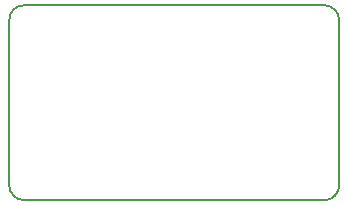
<source format=gbr>
G04 #@! TF.GenerationSoftware,KiCad,Pcbnew,(5.1.4)-1*
G04 #@! TF.CreationDate,2020-11-15T15:40:13+01:00*
G04 #@! TF.ProjectId,Sensorplatine,53656e73-6f72-4706-9c61-74696e652e6b,rev?*
G04 #@! TF.SameCoordinates,Original*
G04 #@! TF.FileFunction,Profile,NP*
%FSLAX46Y46*%
G04 Gerber Fmt 4.6, Leading zero omitted, Abs format (unit mm)*
G04 Created by KiCad (PCBNEW (5.1.4)-1) date 2020-11-15 15:40:13*
%MOMM*%
%LPD*%
G04 APERTURE LIST*
%ADD10C,0.150000*%
G04 APERTURE END LIST*
D10*
X158750000Y-102235000D02*
G75*
G02X157480000Y-100965000I0J1270000D01*
G01*
X185420000Y-100965000D02*
G75*
G02X184150000Y-102235000I-1270000J0D01*
G01*
X184150000Y-85725000D02*
G75*
G02X185420000Y-86995000I0J-1270000D01*
G01*
X157480000Y-86995000D02*
G75*
G02X158750000Y-85725000I1270000J0D01*
G01*
X159385000Y-85725000D02*
X158750000Y-85725000D01*
X157480000Y-100965000D02*
X157480000Y-86995000D01*
X159385000Y-102235000D02*
X158750000Y-102235000D01*
X184150000Y-102235000D02*
X159385000Y-102235000D01*
X185420000Y-86995000D02*
X185420000Y-100965000D01*
X159385000Y-85725000D02*
X184150000Y-85725000D01*
M02*

</source>
